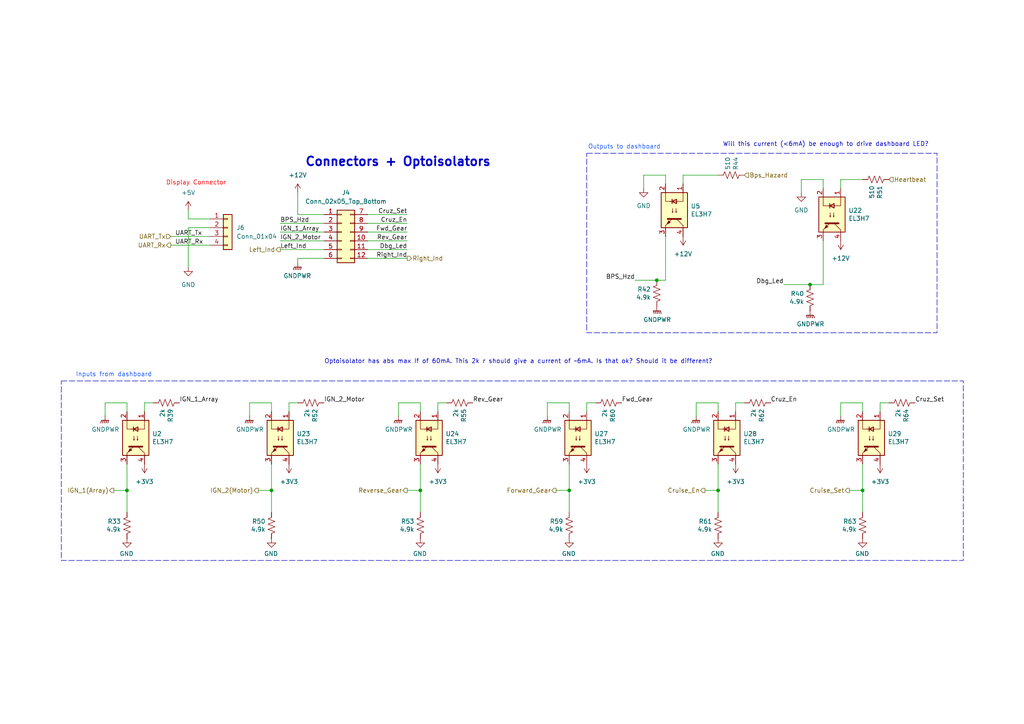
<source format=kicad_sch>
(kicad_sch (version 20231120) (generator "eeschema") (generator_version "8.0")
  (paper "A4")
  (lib_symbols
    (symbol "Connector_Generic:Conn_01x04" (pin_names (offset 1.016) hide)
      (property "Reference" "J" (at 0 5.08 0))
      (property "Value" "Conn_01x04" (at 0 -7.62 0))
      (symbol "Conn_01x04_1_1"
        (rectangle (start -1.27 -4.953) (end 0 -5.207) (stroke (width 0.1524)))
        (rectangle (start -1.27 -2.413) (end 0 -2.667) (stroke (width 0.1524)))
        (rectangle (start -1.27 0.127) (end 0 -0.127) (stroke (width 0.1524)))
        (rectangle (start -1.27 2.667) (end 0 2.413) (stroke (width 0.1524)))
        (rectangle (start -1.27 3.81) (end 1.27 -6.35) (stroke (width 0.254)) (fill (type background)))
        (pin passive line (at -5.08 2.54 0) (length 3.81) (name "Pin_1") (number "1"))
        (pin passive line (at -5.08 0 0) (length 3.81) (name "Pin_2") (number "2"))
        (pin passive line (at -5.08 -2.54 0) (length 3.81) (name "Pin_3") (number "3"))
        (pin passive line (at -5.08 -5.08 0) (length 3.81) (name "Pin_4") (number "4"))
      )
    )
    (symbol "Connector_Generic:Conn_02x06_Top_Bottom" (pin_names (offset 1.016) hide)
      (property "Reference" "J" (at 1.27 7.62 0))
      (property "Value" "Conn_02x06_Top_Bottom" (at 1.27 -10.16 0))
      (symbol "Conn_02x06_Top_Bottom_1_1"
        (rectangle (start -1.27 -7.493) (end 0 -7.747) (stroke (width 0.1524)))
        (rectangle (start -1.27 -4.953) (end 0 -5.207) (stroke (width 0.1524)))
        (rectangle (start -1.27 -2.413) (end 0 -2.667) (stroke (width 0.1524)))
        (rectangle (start -1.27 0.127) (end 0 -0.127) (stroke (width 0.1524)))
        (rectangle (start -1.27 2.667) (end 0 2.413) (stroke (width 0.1524)))
        (rectangle (start -1.27 5.207) (end 0 4.953) (stroke (width 0.1524)))
        (rectangle (start -1.27 6.35) (end 3.81 -8.89) (stroke (width 0.254)) (fill (type background)))
        (rectangle (start 3.81 -7.493) (end 2.54 -7.747) (stroke (width 0.1524)))
        (rectangle (start 3.81 -4.953) (end 2.54 -5.207) (stroke (width 0.1524)))
        (rectangle (start 3.81 -2.413) (end 2.54 -2.667) (stroke (width 0.1524)))
        (rectangle (start 3.81 0.127) (end 2.54 -0.127) (stroke (width 0.1524)))
        (rectangle (start 3.81 2.667) (end 2.54 2.413) (stroke (width 0.1524)))
        (rectangle (start 3.81 5.207) (end 2.54 4.953) (stroke (width 0.1524)))
        (pin passive line (at -5.08 5.08 0) (length 3.81) (name "Pin_1") (number "1"))
        (pin passive line (at 7.62 -2.54 180) (length 3.81) (name "Pin_10") (number "10"))
        (pin passive line (at 7.62 -5.08 180) (length 3.81) (name "Pin_11") (number "11"))
        (pin passive line (at 7.62 -7.62 180) (length 3.81) (name "Pin_12") (number "12"))
        (pin passive line (at -5.08 2.54 0) (length 3.81) (name "Pin_2") (number "2"))
        (pin passive line (at -5.08 0 0) (length 3.81) (name "Pin_3") (number "3"))
        (pin passive line (at -5.08 -2.54 0) (length 3.81) (name "Pin_4") (number "4"))
        (pin passive line (at -5.08 -5.08 0) (length 3.81) (name "Pin_5") (number "5"))
        (pin passive line (at -5.08 -7.62 0) (length 3.81) (name "Pin_6") (number "6"))
        (pin passive line (at 7.62 5.08 180) (length 3.81) (name "Pin_7") (number "7"))
        (pin passive line (at 7.62 2.54 180) (length 3.81) (name "Pin_8") (number "8"))
        (pin passive line (at 7.62 0 180) (length 3.81) (name "Pin_9") (number "9"))
      )
    )
    (symbol "Device:R_US" (pin_numbers hide) (pin_names (offset 0))
      (property "Reference" "R" (at 2.54 0 90))
      (property "Value" "R_US" (at -2.54 0 90))
      (symbol "R_US_0_1"
        (polyline (pts (xy 0 -2.286) (xy 0 -2.54)))
        (polyline (pts (xy 0 2.286) (xy 0 2.54)))
        (polyline (pts (xy 0 -0.762) (xy 1.016 -1.143) (xy 0 -1.524) (xy -1.016 -1.905) (xy 0 -2.286)))
        (polyline (pts (xy 0 0.762) (xy 1.016 0.381) (xy 0 0) (xy -1.016 -0.381) (xy 0 -0.762)))
        (polyline (pts (xy 0 2.286) (xy 1.016 1.905) (xy 0 1.524) (xy -1.016 1.143) (xy 0 0.762)))
      )
      (symbol "R_US_1_1"
        (pin passive line (at 0 3.81 270) (length 1.27) (name "~") (number "1"))
        (pin passive line (at 0 -3.81 90) (length 1.27) (name "~") (number "2"))
      )
    )
    (symbol "Isolator:SFH617A-1" (pin_names (offset 1.016))
      (property "Reference" "U" (at -5.08 5.08 0))
      (property "Value" "SFH617A-1" (at 0 5.08 0))
      (symbol "SFH617A-1_0_1"
        (rectangle (start -5.08 3.81) (end 5.08 -3.81) (stroke (width 0.254)) (fill (type background)))
        (polyline (pts (xy -3.175 -0.635) (xy -1.905 -0.635)) (stroke (width 0.254)))
        (polyline (pts (xy 2.54 0.635) (xy 4.445 2.54)))
        (polyline (pts (xy 4.445 -2.54) (xy 2.54 -0.635)) (fill (type outline)))
        (polyline (pts (xy 4.445 -2.54) (xy 5.08 -2.54)))
        (polyline (pts (xy 4.445 2.54) (xy 5.08 2.54)))
        (polyline (pts (xy -2.54 -0.635) (xy -2.54 -2.54) (xy -5.08 -2.54)))
        (polyline (pts (xy 2.54 1.905) (xy 2.54 -1.905) (xy 2.54 -1.905)) (stroke (width 0.508)))
        (polyline (pts (xy -5.08 2.54) (xy -2.54 2.54) (xy -2.54 -1.27) (xy -2.54 0.635)))
        (polyline (pts (xy -2.54 -0.635) (xy -3.175 0.635) (xy -1.905 0.635) (xy -2.54 -0.635)) (stroke (width 0.254)))
        (polyline (pts (xy -0.508 -0.508) (xy 0.762 -0.508) (xy 0.381 -0.635) (xy 0.381 -0.381) (xy 0.762 -0.508)))
        (polyline (pts (xy -0.508 0.508) (xy 0.762 0.508) (xy 0.381 0.381) (xy 0.381 0.635) (xy 0.762 0.508)))
        (polyline (pts (xy 3.048 -1.651) (xy 3.556 -1.143) (xy 4.064 -2.159) (xy 3.048 -1.651) (xy 3.048 -1.651)) (fill (type outline)))
      )
      (symbol "SFH617A-1_1_1"
        (pin passive line (at -7.62 2.54 0) (length 2.54) (name "~") (number "1"))
        (pin passive line (at -7.62 -2.54 0) (length 2.54) (name "~") (number "2"))
        (pin passive line (at 7.62 -2.54 180) (length 2.54) (name "~") (number "3"))
        (pin passive line (at 7.62 2.54 180) (length 2.54) (name "~") (number "4"))
      )
    )
    (symbol "power:+12V" (power) (pin_numbers hide) (pin_names (offset 0) hide)
      (property "Value" "+12V" (at 0 3.556 0))
      (symbol "+12V_0_1"
        (polyline (pts (xy -0.762 1.27) (xy 0 2.54)))
        (polyline (pts (xy 0 0) (xy 0 2.54)))
        (polyline (pts (xy 0 2.54) (xy 0.762 1.27)))
      )
      (symbol "+12V_1_1"
        (pin power_in line (at 0 0 90) (length 0) (name "~") (number "1"))
      )
    )
    (symbol "power:+3.3V" (power) (pin_numbers hide) (pin_names (offset 0) hide)
      (property "Value" "+3.3V" (at 0 3.556 0))
      (symbol "+3.3V_0_1"
        (polyline (pts (xy -0.762 1.27) (xy 0 2.54)))
        (polyline (pts (xy 0 0) (xy 0 2.54)))
        (polyline (pts (xy 0 2.54) (xy 0.762 1.27)))
      )
      (symbol "+3.3V_1_1"
        (pin power_in line (at 0 0 90) (length 0) (name "~") (number "1"))
      )
    )
    (symbol "power:+5V" (power) (pin_numbers hide) (pin_names (offset 0) hide)
      (property "Value" "+5V" (at 0 3.556 0))
      (symbol "+5V_0_1"
        (polyline (pts (xy -0.762 1.27) (xy 0 2.54)))
        (polyline (pts (xy 0 0) (xy 0 2.54)))
        (polyline (pts (xy 0 2.54) (xy 0.762 1.27)))
      )
      (symbol "+5V_1_1"
        (pin power_in line (at 0 0 90) (length 0) (name "~") (number "1"))
      )
    )
    (symbol "power:GND" (power) (pin_numbers hide) (pin_names (offset 0) hide)
      (property "Value" "GND" (at 0 -3.81 0))
      (symbol "GND_0_1"
        (polyline (pts (xy 0 0) (xy 0 -1.27) (xy 1.27 -1.27) (xy 0 -2.54) (xy -1.27 -1.27) (xy 0 -1.27)))
      )
      (symbol "GND_1_1"
        (pin power_in line (at 0 0 270) (length 0) (name "~") (number "1"))
      )
    )
    (symbol "power:GNDPWR" (power) (pin_numbers hide) (pin_names (offset 0) hide)
      (property "Value" "GNDPWR" (at 0 -3.302 0))
      (symbol "GNDPWR_0_1"
        (polyline (pts (xy 0 -1.27) (xy 0 0)))
        (polyline (pts (xy -1.016 -1.27) (xy -1.27 -2.032) (xy -1.27 -2.032)) (stroke (width 0.2032)))
        (polyline (pts (xy -0.508 -1.27) (xy -0.762 -2.032) (xy -0.762 -2.032)) (stroke (width 0.2032)))
        (polyline (pts (xy 0 -1.27) (xy -0.254 -2.032) (xy -0.254 -2.032)) (stroke (width 0.2032)))
        (polyline (pts (xy 0.508 -1.27) (xy 0.254 -2.032) (xy 0.254 -2.032)) (stroke (width 0.2032)))
        (polyline (pts (xy 1.016 -1.27) (xy -1.016 -1.27) (xy -1.016 -1.27)) (stroke (width 0.2032)))
        (polyline (pts (xy 1.016 -1.27) (xy 0.762 -2.032) (xy 0.762 -2.032) (xy 0.762 -2.032)) (stroke (width 0.2032)))
      )
      (symbol "GNDPWR_1_1"
        (pin power_in line (at 0 0 270) (length 0) (name "~") (number "1"))
      )
    )
  )
  (junction (at 250.19 142.24))
  (junction (at 121.92 142.24))
  (junction (at 190.5 81.28))
  (junction (at 165.1 142.24))
  (junction (at 78.74 142.24))
  (junction (at 234.95 82.55))
  (junction (at 36.83 142.24))
  (junction (at 208.28 142.24))
  (wire (pts (xy 86.36 116.84) (xy 83.82 116.84)))
  (wire (pts (xy 78.74 119.38) (xy 78.74 116.84)))
  (wire (pts (xy 86.36 76.2) (xy 86.36 74.93)))
  (wire (pts (xy 115.57 116.84) (xy 115.57 120.65)))
  (wire (pts (xy 81.28 72.39) (xy 93.98 72.39)))
  (wire (pts (xy 36.83 134.62) (xy 36.83 142.24)))
  (wire (pts (xy 193.04 53.34) (xy 193.04 50.8)))
  (wire (pts (xy 86.36 62.23) (xy 93.98 62.23)))
  (wire (pts (xy 106.68 62.23) (xy 118.11 62.23)))
  (wire (pts (xy 83.82 116.84) (xy 83.82 119.38)))
  (wire (pts (xy 106.68 69.85) (xy 118.11 69.85)))
  (wire (pts (xy 234.95 82.55) (xy 227.33 82.55)))
  (wire (pts (xy 106.68 64.77) (xy 118.11 64.77)))
  (wire (pts (xy 238.76 52.07) (xy 232.41 52.07)))
  (wire (pts (xy 208.28 116.84) (xy 201.93 116.84)))
  (wire (pts (xy 257.81 116.84) (xy 255.27 116.84)))
  (wire (pts (xy 193.04 50.8) (xy 186.69 50.8)))
  (wire (pts (xy 33.02 142.24) (xy 36.83 142.24)))
  (wire (pts (xy 193.04 68.58) (xy 193.04 81.28)))
  (wire (pts (xy 106.68 72.39) (xy 118.11 72.39)))
  (wire (pts (xy 208.28 119.38) (xy 208.28 116.84)))
  (wire (pts (xy 54.61 60.96) (xy 54.61 63.5)))
  (wire (pts (xy 246.38 142.24) (xy 250.19 142.24)))
  (wire (pts (xy 41.91 116.84) (xy 41.91 119.38)))
  (wire (pts (xy 238.76 69.85) (xy 238.76 82.55)))
  (wire (pts (xy 106.68 67.31) (xy 118.11 67.31)))
  (wire (pts (xy 186.69 50.8) (xy 186.69 54.61)))
  (wire (pts (xy 250.19 119.38) (xy 250.19 116.84)))
  (wire (pts (xy 201.93 116.84) (xy 201.93 120.65)))
  (wire (pts (xy 243.84 116.84) (xy 243.84 120.65)))
  (wire (pts (xy 232.41 52.07) (xy 232.41 55.88)))
  (wire (pts (xy 238.76 54.61) (xy 238.76 52.07)))
  (wire (pts (xy 170.18 116.84) (xy 170.18 119.38)))
  (wire (pts (xy 86.36 74.93) (xy 93.98 74.93)))
  (wire (pts (xy 74.93 142.24) (xy 78.74 142.24)))
  (wire (pts (xy 78.74 134.62) (xy 78.74 142.24)))
  (wire (pts (xy 36.83 142.24) (xy 36.83 148.59)))
  (wire (pts (xy 213.36 116.84) (xy 213.36 119.38)))
  (wire (pts (xy 165.1 134.62) (xy 165.1 142.24)))
  (wire (pts (xy 172.72 116.84) (xy 170.18 116.84)))
  (wire (pts (xy 184.15 81.28) (xy 190.5 81.28)))
  (wire (pts (xy 158.75 116.84) (xy 158.75 120.65)))
  (wire (pts (xy 250.19 142.24) (xy 250.19 148.59)))
  (wire (pts (xy 198.12 50.8) (xy 198.12 53.34)))
  (wire (pts (xy 190.5 81.28) (xy 193.04 81.28)))
  (wire (pts (xy 106.68 74.93) (xy 118.11 74.93)))
  (wire (pts (xy 36.83 119.38) (xy 36.83 116.84)))
  (wire (pts (xy 81.28 69.85) (xy 93.98 69.85)))
  (wire (pts (xy 121.92 134.62) (xy 121.92 142.24)))
  (wire (pts (xy 127 116.84) (xy 127 119.38)))
  (wire (pts (xy 78.74 116.84) (xy 72.39 116.84)))
  (wire (pts (xy 165.1 119.38) (xy 165.1 116.84)))
  (wire (pts (xy 129.54 116.84) (xy 127 116.84)))
  (wire (pts (xy 165.1 142.24) (xy 165.1 148.59)))
  (wire (pts (xy 238.76 82.55) (xy 234.95 82.55)))
  (wire (pts (xy 198.12 50.8) (xy 208.28 50.8)))
  (wire (pts (xy 121.92 119.38) (xy 121.92 116.84)))
  (wire (pts (xy 36.83 116.84) (xy 30.48 116.84)))
  (wire (pts (xy 49.53 68.58) (xy 60.96 68.58)))
  (wire (pts (xy 30.48 116.84) (xy 30.48 120.65)))
  (wire (pts (xy 121.92 142.24) (xy 121.92 148.59)))
  (wire (pts (xy 44.45 116.84) (xy 41.91 116.84)))
  (wire (pts (xy 250.19 116.84) (xy 243.84 116.84)))
  (wire (pts (xy 255.27 116.84) (xy 255.27 119.38)))
  (wire (pts (xy 86.36 55.88) (xy 86.36 62.23)))
  (wire (pts (xy 208.28 134.62) (xy 208.28 142.24)))
  (wire (pts (xy 215.9 116.84) (xy 213.36 116.84)))
  (wire (pts (xy 81.28 64.77) (xy 93.98 64.77)))
  (wire (pts (xy 250.19 134.62) (xy 250.19 142.24)))
  (wire (pts (xy 204.47 142.24) (xy 208.28 142.24)))
  (wire (pts (xy 49.53 71.12) (xy 60.96 71.12)))
  (wire (pts (xy 208.28 142.24) (xy 208.28 148.59)))
  (wire (pts (xy 118.11 142.24) (xy 121.92 142.24)))
  (wire (pts (xy 161.29 142.24) (xy 165.1 142.24)))
  (wire (pts (xy 81.28 67.31) (xy 93.98 67.31)))
  (wire (pts (xy 60.96 66.04) (xy 54.61 66.04)))
  (wire (pts (xy 54.61 66.04) (xy 54.61 77.47)))
  (wire (pts (xy 121.92 116.84) (xy 115.57 116.84)))
  (wire (pts (xy 60.96 63.5) (xy 54.61 63.5)))
  (wire (pts (xy 250.19 52.07) (xy 243.84 52.07)))
  (wire (pts (xy 78.74 142.24) (xy 78.74 148.59)))
  (wire (pts (xy 243.84 52.07) (xy 243.84 54.61)))
  (wire (pts (xy 165.1 116.84) (xy 158.75 116.84)))
  (wire (pts (xy 72.39 116.84) (xy 72.39 120.65)))
  (rectangle (start 170.18 44.45) (end 271.78 96.52) (stroke (width 0) (type dash)))
  (rectangle (start 17.78 110.49) (end 279.4 162.56) (stroke (width 0) (type dash)))
  (text "Connectors + Optoisolators\n" (at 88.392 48.514 0) (effects (font (size 2.54 2.54) (thickness 0.508) (bold yes)) (justify left bottom)))
  (text "Inputs from dashboard\n" (at 33.02 108.712 0) (effects (font (size 1.27 1.27))))
  (text "Display Connector" (at 56.896 53.086 0) (effects (font (size 1.27 1.27))))
  (text "Optoisolator has abs max If of 60mA. This 2k r should give a current of ~6mA. Is that ok? Should it be different?" (at 150.368 104.902 0) (effects (font (size 1.27 1.27))))
  (text "Outputs to dashboard" (at 181.102 42.672 0) (effects (font (size 1.27 1.27))))
  (text "Will this current (<6mA) be enough to drive dashboard LED?\n" (at 239.522 41.91 0) (effects (font (size 1.27 1.27))))
  (label "Dbg_Led" (at 118.11 72.39 180))
  (label "Left_Ind" (at 81.28 72.39 0))
  (label "BPS_Hzd" (at 81.28 64.77 0))
  (label "Dbg_Led" (at 227.33 82.55 180))
  (label "Rev_Gear" (at 118.11 69.85 180))
  (label "UART_Tx" (at 50.8 68.58 0))
  (label "BPS_Hzd" (at 184.15 81.28 180))
  (label "UART_Rx" (at 50.8 71.12 0))
  (label "Cruz_Set" (at 265.43 116.84 0))
  (label "Right_Ind" (at 118.11 74.93 180))
  (label "IGN_1_Array" (at 81.28 67.31 0))
  (label "Cruz_Set" (at 118.11 62.23 180))
  (label "Rev_Gear" (at 137.16 116.84 0))
  (label "Fwd_Gear" (at 180.34 116.84 0))
  (label "Cruz_En" (at 223.52 116.84 0))
  (label "IGN_2_Motor" (at 93.98 116.84 0))
  (label "IGN_2_Motor" (at 81.28 69.85 0))
  (label "Cruz_En" (at 118.11 64.77 180))
  (label "IGN_1_Array" (at 52.07 116.84 0))
  (label "Fwd_Gear" (at 118.11 67.31 180))
  (hierarchical_label "Bps_Hazard" (shape input) (at 215.9 50.8 0))
  (hierarchical_label "Forward_Gear" (shape output) (at 161.29 142.24 180))
  (hierarchical_label "UART_Tx" (shape input) (at 49.53 68.58 180))
  (hierarchical_label "Heartbeat" (shape input) (at 257.81 52.07 0))
  (hierarchical_label "Cruise_En" (shape output) (at 204.47 142.24 180))
  (hierarchical_label "Cruise_Set" (shape output) (at 246.38 142.24 180))
  (hierarchical_label "IGN_2(Motor)" (shape output) (at 74.93 142.24 180))
  (hierarchical_label "UART_Rx" (shape output) (at 49.53 71.12 180))
  (hierarchical_label "Reverse_Gear" (shape output) (at 118.11 142.24 180))
  (hierarchical_label "IGN_1(Array)" (shape output) (at 33.02 142.24 180))
  (hierarchical_label "Left_Ind" (shape output) (at 81.28 72.39 180))
  (hierarchical_label "Right_Ind" (shape output) (at 118.11 74.93 0))
  (symbol (lib_id "power:GNDPWR") (at 86.36 76.2 0) (unit 1)
    (property "Reference" "#PWR03" (effects (hide yes)))
    (property "Value" "GNDPWR" (at 86.233 80.01 0))
    (property "Description" "Power symbol creates a global label with name \"GNDPWR\" , global ground" (effects (hide yes)))
  )
  (symbol (lib_id "Isolator:SFH617A-1") (at 241.3 62.23 270) (unit 1)
    (property "Reference" "U22" (at 246.0752 61.0616 90) (effects (justify left)))
    (property "Value" "EL3H7" (at 246.0752 63.373 90) (effects (justify left)))
    (property "Footprint" "Package_DIP:DIP-4_W7.62mm" (effects (hide yes)))
    (property "Datasheet" "https://everlightamericas.com/index.php?controller=attachment&id_attachment=2584" (effects (hide yes)))
    (property "Description" "Optocoupler, Phototransistor Output, 5300 VRMS, VCEO 70V, CTR% 40-80, -55 to +110 degree Celsius, UL, BSI, FIMKO, cUL, THT PDIP-4" (effects (hide yes)))
    (property "Mouser Part Number" "638-EL3H7DTAVG " (effects (hide yes)))
  )
  (symbol (lib_id "Isolator:SFH617A-1") (at 167.64 127 270) (unit 1)
    (property "Reference" "U27" (at 172.4152 125.8316 90) (effects (justify left)))
    (property "Value" "EL3H7" (at 172.4152 128.143 90) (effects (justify left)))
    (property "Footprint" "Package_DIP:DIP-4_W7.62mm" (effects (hide yes)))
    (property "Datasheet" "https://everlightamericas.com/index.php?controller=attachment&id_attachment=2584" (effects (hide yes)))
    (property "Description" "Optocoupler, Phototransistor Output, 5300 VRMS, VCEO 70V, CTR% 40-80, -55 to +110 degree Celsius, UL, BSI, FIMKO, cUL, THT PDIP-4" (effects (hide yes)))
    (property "Mouser Part Number" "638-EL3H7DTAVG " (effects (hide yes)))
  )
  (symbol (lib_id "Isolator:SFH617A-1") (at 124.46 127 270) (unit 1)
    (property "Reference" "U24" (at 129.2352 125.8316 90) (effects (justify left)))
    (property "Value" "EL3H7" (at 129.2352 128.143 90) (effects (justify left)))
    (property "Footprint" "Package_DIP:DIP-4_W7.62mm" (effects (hide yes)))
    (property "Datasheet" "https://everlightamericas.com/index.php?controller=attachment&id_attachment=2584" (effects (hide yes)))
    (property "Description" "Optocoupler, Phototransistor Output, 5300 VRMS, VCEO 70V, CTR% 40-80, -55 to +110 degree Celsius, UL, BSI, FIMKO, cUL, THT PDIP-4" (effects (hide yes)))
    (property "Mouser Part Number" "638-EL3H7DTAVG " (effects (hide yes)))
  )
  (symbol (lib_id "Device:R_US") (at 36.83 152.4 0) (mirror y) (unit 1)
    (property "Reference" "R33" (at 35.1028 151.2316 0) (effects (justify left)))
    (property "Value" "4.9k" (at 35.1028 153.543 0) (effects (justify left)))
    (property "Footprint" "Resistor_SMD:R_0805_2012Metric" (effects (hide yes)))
    (property "Description" "Resistor, US symbol" (effects (hide yes)))
    (property "Mouser Part Number" "71-CRCW08054K99FKEAC " (effects (hide yes)))
  )
  (symbol (lib_id "Device:R_US") (at 78.74 152.4 0) (mirror y) (unit 1)
    (property "Reference" "R50" (at 77.0128 151.2316 0) (effects (justify left)))
    (property "Value" "4.9k" (at 77.0128 153.543 0) (effects (justify left)))
    (property "Footprint" "Resistor_SMD:R_0805_2012Metric" (effects (hide yes)))
    (property "Description" "Resistor, US symbol" (effects (hide yes)))
    (property "Mouser Part Number" "71-CRCW08054K99FKEAC " (effects (hide yes)))
  )
  (symbol (lib_id "power:GND") (at 250.19 156.21 0) (mirror y) (unit 1)
    (property "Reference" "#PWR091" (effects (hide yes)))
    (property "Value" "GND" (at 250.063 160.6042 0))
    (property "Description" "Power symbol creates a global label with name \"GND\" , ground" (effects (hide yes)))
  )
  (symbol (lib_id "power:+3.3V") (at 41.91 134.62 180) (unit 1)
    (property "Reference" "#PWR039" (effects (hide yes)))
    (property "Value" "+3V3" (at 41.91 139.7 0))
    (property "Description" "Power symbol creates a global label with name \"+3.3V\"" (effects (hide yes)))
  )
  (symbol (lib_id "power:+3.3V") (at 127 134.62 180) (unit 1)
    (property "Reference" "#PWR071" (effects (hide yes)))
    (property "Value" "+3V3" (at 127 139.7 0))
    (property "Description" "Power symbol creates a global label with name \"+3.3V\"" (effects (hide yes)))
  )
  (symbol (lib_id "power:GND") (at 165.1 156.21 0) (mirror y) (unit 1)
    (property "Reference" "#PWR074" (effects (hide yes)))
    (property "Value" "GND" (at 164.973 160.6042 0))
    (property "Description" "Power symbol creates a global label with name \"GND\" , ground" (effects (hide yes)))
  )
  (symbol (lib_id "Isolator:SFH617A-1") (at 252.73 127 270) (unit 1)
    (property "Reference" "U29" (at 257.5052 125.8316 90) (effects (justify left)))
    (property "Value" "EL3H7" (at 257.5052 128.143 90) (effects (justify left)))
    (property "Footprint" "Package_DIP:DIP-4_W7.62mm" (effects (hide yes)))
    (property "Datasheet" "https://everlightamericas.com/index.php?controller=attachment&id_attachment=2584" (effects (hide yes)))
    (property "Description" "Optocoupler, Phototransistor Output, 5300 VRMS, VCEO 70V, CTR% 40-80, -55 to +110 degree Celsius, UL, BSI, FIMKO, cUL, THT PDIP-4" (effects (hide yes)))
    (property "Mouser Part Number" "638-EL3H7DTAVG " (effects (hide yes)))
  )
  (symbol (lib_id "Device:R_US") (at 234.95 86.36 0) (mirror y) (unit 1)
    (property "Reference" "R40" (at 233.2228 85.1916 0) (effects (justify left)))
    (property "Value" "4.9k" (at 233.2228 87.503 0) (effects (justify left)))
    (property "Footprint" "Resistor_SMD:R_0805_2012Metric" (effects (hide yes)))
    (property "Description" "Resistor, US symbol" (effects (hide yes)))
    (property "Mouser Part Number" "71-CRCW08054K99FKEAC " (effects (hide yes)))
  )
  (symbol (lib_id "power:GND") (at 186.69 54.61 0) (unit 1)
    (property "Reference" "#PWR043" (effects (hide yes)))
    (property "Value" "GND" (at 186.69 59.69 0))
    (property "Description" "Power symbol creates a global label with name \"GND\" , ground" (effects (hide yes)))
  )
  (symbol (lib_id "Isolator:SFH617A-1") (at 39.37 127 270) (unit 1)
    (property "Reference" "U2" (at 44.1452 125.8316 90) (effects (justify left)))
    (property "Value" "EL3H7" (at 44.1452 128.143 90) (effects (justify left)))
    (property "Footprint" "Package_DIP:DIP-4_W7.62mm" (effects (hide yes)))
    (property "Datasheet" "https://everlightamericas.com/index.php?controller=attachment&id_attachment=2584" (effects (hide yes)))
    (property "Description" "Optocoupler, Phototransistor Output, 5300 VRMS, VCEO 70V, CTR% 40-80, -55 to +110 degree Celsius, UL, BSI, FIMKO, cUL, THT PDIP-4" (effects (hide yes)))
    (property "Mouser Part Number" "638-EL3H7DTAVG " (effects (hide yes)))
  )
  (symbol (lib_id "power:GND") (at 121.92 156.21 0) (mirror y) (unit 1)
    (property "Reference" "#PWR065" (effects (hide yes)))
    (property "Value" "GND" (at 121.793 160.6042 0))
    (property "Description" "Power symbol creates a global label with name \"GND\" , ground" (effects (hide yes)))
  )
  (symbol (lib_id "Device:R_US") (at 212.09 50.8 270) (unit 1)
    (property "Reference" "R44" (at 213.3854 45.466 0) (effects (justify left)))
    (property "Value" "510" (at 211.074 45.466 0) (effects (justify left)))
    (property "Footprint" "Resistor_SMD:R_0805_2012Metric" (effects (hide yes)))
    (property "Description" "Resistor, US symbol" (effects (hide yes)))
    (property "Mouser Part Number" "71-CRCW08054K99FKEAC " (effects (hide yes)))
  )
  (symbol (lib_id "power:GND") (at 208.28 156.21 0) (mirror y) (unit 1)
    (property "Reference" "#PWR088" (effects (hide yes)))
    (property "Value" "GND" (at 208.153 160.6042 0))
    (property "Description" "Power symbol creates a global label with name \"GND\" , ground" (effects (hide yes)))
  )
  (symbol (lib_id "power:+3.3V") (at 170.18 134.62 180) (unit 1)
    (property "Reference" "#PWR077" (effects (hide yes)))
    (property "Value" "+3V3" (at 170.18 139.7 0))
    (property "Description" "Power symbol creates a global label with name \"+3.3V\"" (effects (hide yes)))
  )
  (symbol (lib_id "Device:R_US") (at 176.53 116.84 270) (unit 1)
    (property "Reference" "R60" (at 177.6984 118.5672 0) (effects (justify left)))
    (property "Value" "2k" (at 175.387 118.5672 0) (effects (justify left)))
    (property "Footprint" "Resistor_SMD:R_0805_2012Metric" (effects (hide yes)))
    (property "Description" "Resistor, US symbol" (effects (hide yes)))
    (property "Mouser Part Number" "71-CRCW08054K99FKEAC " (effects (hide yes)))
  )
  (symbol (lib_id "Device:R_US") (at 90.17 116.84 270) (unit 1)
    (property "Reference" "R52" (at 91.3384 118.5672 0) (effects (justify left)))
    (property "Value" "2k" (at 89.027 118.5672 0) (effects (justify left)))
    (property "Footprint" "Resistor_SMD:R_0805_2012Metric" (effects (hide yes)))
    (property "Description" "Resistor, US symbol" (effects (hide yes)))
    (property "Mouser Part Number" "71-CRCW08054K99FKEAC " (effects (hide yes)))
  )
  (symbol (lib_id "Device:R_US") (at 133.35 116.84 270) (unit 1)
    (property "Reference" "R55" (at 134.5184 118.5672 0) (effects (justify left)))
    (property "Value" "2k" (at 132.207 118.5672 0) (effects (justify left)))
    (property "Footprint" "Resistor_SMD:R_0805_2012Metric" (effects (hide yes)))
    (property "Description" "Resistor, US symbol" (effects (hide yes)))
    (property "Mouser Part Number" "71-CRCW08054K99FKEAC " (effects (hide yes)))
  )
  (symbol (lib_id "power:GNDPWR") (at 158.75 120.65 0) (unit 1)
    (property "Reference" "#PWR073" (effects (hide yes)))
    (property "Value" "GNDPWR" (at 158.8516 124.5616 0))
    (property "Description" "Power symbol creates a global label with name \"GNDPWR\" , global ground" (effects (hide yes)))
  )
  (symbol (lib_id "power:+12V") (at 243.84 69.85 180) (unit 1)
    (property "Reference" "#PWR040" (effects (hide yes)))
    (property "Value" "+12V" (at 243.84 74.93 0))
    (property "Description" "Power symbol creates a global label with name \"+12V\"" (effects (hide yes)))
  )
  (symbol (lib_id "power:GNDPWR") (at 190.5 88.9 0) (mirror y) (unit 1)
    (property "Reference" "#PWR045" (effects (hide yes)))
    (property "Value" "GNDPWR" (at 190.627 92.71 0))
    (property "Description" "Power symbol creates a global label with name \"GNDPWR\" , global ground" (effects (hide yes)))
  )
  (symbol (lib_id "power:+12V") (at 86.36 55.88 0) (unit 1)
    (property "Reference" "#PWR02" (effects (hide yes)))
    (property "Value" "+12V" (at 86.36 50.8 0))
    (property "Description" "Power symbol creates a global label with name \"+12V\"" (effects (hide yes)))
  )
  (symbol (lib_id "Connector_Generic:Conn_01x04") (at 66.04 66.04 0) (unit 1)
    (property "Reference" "J6" (at 68.58 66.0399 0) (effects (justify left)))
    (property "Value" "Conn_01x04" (at 68.58 68.5799 0) (effects (justify left)))
    (property "Footprint" "Connector_Molex:Molex_Micro-Fit_3.0_43650-0415_1x04_P3.00mm_Vertical" (effects (hide yes)))
    (property "Description" "Generic connector, single row, 01x04, script generated (kicad-library-utils/schlib/autogen/connector/)" (effects (hide yes)))
  )
  (symbol (lib_id "Device:R_US") (at 165.1 152.4 0) (mirror y) (unit 1)
    (property "Reference" "R59" (at 163.3728 151.2316 0) (effects (justify left)))
    (property "Value" "4.9k" (at 163.3728 153.543 0) (effects (justify left)))
    (property "Footprint" "Resistor_SMD:R_0805_2012Metric" (effects (hide yes)))
    (property "Description" "Resistor, US symbol" (effects (hide yes)))
    (property "Mouser Part Number" "71-CRCW08054K99FKEAC " (effects (hide yes)))
  )
  (symbol (lib_id "power:GNDPWR") (at 234.95 90.17 0) (mirror y) (unit 1)
    (property "Reference" "#PWR041" (effects (hide yes)))
    (property "Value" "GNDPWR" (at 235.077 93.98 0))
    (property "Description" "Power symbol creates a global label with name \"GNDPWR\" , global ground" (effects (hide yes)))
  )
  (symbol (lib_id "Device:R_US") (at 250.19 152.4 0) (mirror y) (unit 1)
    (property "Reference" "R63" (at 248.4628 151.2316 0) (effects (justify left)))
    (property "Value" "4.9k" (at 248.4628 153.543 0) (effects (justify left)))
    (property "Footprint" "Resistor_SMD:R_0805_2012Metric" (effects (hide yes)))
    (property "Description" "Resistor, US symbol" (effects (hide yes)))
    (property "Mouser Part Number" "71-CRCW08054K99FKEAC " (effects (hide yes)))
  )
  (symbol (lib_id "Connector_Generic:Conn_02x06_Top_Bottom") (at 99.06 67.31 0) (unit 1)
    (property "Reference" "J4" (at 100.33 55.88 0))
    (property "Value" "Conn_02x05_Top_Bottom" (at 100.33 58.42 0))
    (property "Footprint" "UTSVT_Connectors:Molex_MicroFit3.0_2x6xP3.00mm_PolarizingPeg_Vertical" (effects (hide yes)))
    (property "Description" "Generic connector, double row, 02x06, top/bottom pin numbering scheme (row 1: 1...pins_per_row, row2: pins_per_row+1 ... num_pins), script generated (kicad-library-utils/schlib/autogen/connector/)" (effects (hide yes)))
  )
  (symbol (lib_id "power:GNDPWR") (at 115.57 120.65 0) (unit 1)
    (property "Reference" "#PWR064" (effects (hide yes)))
    (property "Value" "GNDPWR" (at 115.6716 124.5616 0))
    (property "Description" "Power symbol creates a global label with name \"GNDPWR\" , global ground" (effects (hide yes)))
  )
  (symbol (lib_id "Device:R_US") (at 208.28 152.4 0) (mirror y) (unit 1)
    (property "Reference" "R61" (at 206.5528 151.2316 0) (effects (justify left)))
    (property "Value" "4.9k" (at 206.5528 153.543 0) (effects (justify left)))
    (property "Footprint" "Resistor_SMD:R_0805_2012Metric" (effects (hide yes)))
    (property "Description" "Resistor, US symbol" (effects (hide yes)))
    (property "Mouser Part Number" "71-CRCW08054K99FKEAC " (effects (hide yes)))
  )
  (symbol (lib_id "power:GNDPWR") (at 72.39 120.65 0) (unit 1)
    (property "Reference" "#PWR059" (effects (hide yes)))
    (property "Value" "GNDPWR" (at 72.4916 124.5616 0))
    (property "Description" "Power symbol creates a global label with name \"GNDPWR\" , global ground" (effects (hide yes)))
  )
  (symbol (lib_id "Device:R_US") (at 48.26 116.84 270) (unit 1)
    (property "Reference" "R39" (at 49.4284 118.5672 0) (effects (justify left)))
    (property "Value" "2k" (at 47.117 118.5672 0) (effects (justify left)))
    (property "Footprint" "Resistor_SMD:R_0805_2012Metric" (effects (hide yes)))
    (property "Description" "Resistor, US symbol" (effects (hide yes)))
    (property "Mouser Part Number" "71-CRCW08054K99FKEAC " (effects (hide yes)))
  )
  (symbol (lib_id "Isolator:SFH617A-1") (at 81.28 127 270) (unit 1)
    (property "Reference" "U23" (at 86.0552 125.8316 90) (effects (justify left)))
    (property "Value" "EL3H7" (at 86.0552 128.143 90) (effects (justify left)))
    (property "Footprint" "Package_DIP:DIP-4_W7.62mm" (effects (hide yes)))
    (property "Datasheet" "https://everlightamericas.com/index.php?controller=attachment&id_attachment=2584" (effects (hide yes)))
    (property "Description" "Optocoupler, Phototransistor Output, 5300 VRMS, VCEO 70V, CTR% 40-80, -55 to +110 degree Celsius, UL, BSI, FIMKO, cUL, THT PDIP-4" (effects (hide yes)))
    (property "Mouser Part Number" "638-EL3H7DTAVG " (effects (hide yes)))
  )
  (symbol (lib_id "power:GND") (at 54.61 77.47 0) (unit 1)
    (property "Reference" "#PWR025" (effects (hide yes)))
    (property "Value" "GND" (at 54.61 82.55 0))
    (property "Description" "Power symbol creates a global label with name \"GND\" , ground" (effects (hide yes)))
  )
  (symbol (lib_id "power:GNDPWR") (at 243.84 120.65 0) (unit 1)
    (property "Reference" "#PWR090" (effects (hide yes)))
    (property "Value" "GNDPWR" (at 243.9416 124.5616 0))
    (property "Description" "Power symbol creates a global label with name \"GNDPWR\" , global ground" (effects (hide yes)))
  )
  (symbol (lib_id "power:+12V") (at 198.12 68.58 180) (unit 1)
    (property "Reference" "#PWR044" (effects (hide yes)))
    (property "Value" "+12V" (at 198.12 73.66 0))
    (property "Description" "Power symbol creates a global label with name \"+12V\"" (effects (hide yes)))
  )
  (symbol (lib_id "power:GND") (at 232.41 55.88 0) (unit 1)
    (property "Reference" "#PWR042" (effects (hide yes)))
    (property "Value" "GND" (at 232.41 60.96 0))
    (property "Description" "Power symbol creates a global label with name \"GND\" , ground" (effects (hide yes)))
  )
  (symbol (lib_id "power:GNDPWR") (at 30.48 120.65 0) (unit 1)
    (property "Reference" "#PWR07" (effects (hide yes)))
    (property "Value" "GNDPWR" (at 30.5816 124.5616 0))
    (property "Description" "Power symbol creates a global label with name \"GNDPWR\" , global ground" (effects (hide yes)))
  )
  (symbol (lib_id "Device:R_US") (at 254 52.07 270) (unit 1)
    (property "Reference" "R51" (at 255.1684 53.7972 0) (effects (justify left)))
    (property "Value" "510" (at 252.857 53.7972 0) (effects (justify left)))
    (property "Footprint" "Resistor_SMD:R_0805_2012Metric" (effects (hide yes)))
    (property "Description" "Resistor, US symbol" (effects (hide yes)))
    (property "Mouser Part Number" "71-CRCW08054K99FKEAC " (effects (hide yes)))
  )
  (symbol (lib_id "power:+3.3V") (at 213.36 134.62 180) (unit 1)
    (property "Reference" "#PWR089" (effects (hide yes)))
    (property "Value" "+3V3" (at 213.36 139.7 0))
    (property "Description" "Power symbol creates a global label with name \"+3.3V\"" (effects (hide yes)))
  )
  (symbol (lib_id "power:GND") (at 78.74 156.21 0) (mirror y) (unit 1)
    (property "Reference" "#PWR060" (effects (hide yes)))
    (property "Value" "GND" (at 78.613 160.6042 0))
    (property "Description" "Power symbol creates a global label with name \"GND\" , ground" (effects (hide yes)))
  )
  (symbol (lib_id "Device:R_US") (at 121.92 152.4 0) (mirror y) (unit 1)
    (property "Reference" "R53" (at 120.1928 151.2316 0) (effects (justify left)))
    (property "Value" "4.9k" (at 120.1928 153.543 0) (effects (justify left)))
    (property "Footprint" "Resistor_SMD:R_0805_2012Metric" (effects (hide yes)))
    (property "Description" "Resistor, US symbol" (effects (hide yes)))
    (property "Mouser Part Number" "71-CRCW08054K99FKEAC " (effects (hide yes)))
  )
  (symbol (lib_id "Device:R_US") (at 219.71 116.84 270) (unit 1)
    (property "Reference" "R62" (at 220.8784 118.5672 0) (effects (justify left)))
    (property "Value" "2k" (at 218.567 118.5672 0) (effects (justify left)))
    (property "Footprint" "Resistor_SMD:R_0805_2012Metric" (effects (hide yes)))
    (property "Description" "Resistor, US symbol" (effects (hide yes)))
    (property "Mouser Part Number" "71-CRCW08054K99FKEAC " (effects (hide yes)))
  )
  (symbol (lib_id "power:GND") (at 36.83 156.21 0) (mirror y) (unit 1)
    (property "Reference" "#PWR010" (effects (hide yes)))
    (property "Value" "GND" (at 36.703 160.6042 0))
    (property "Description" "Power symbol creates a global label with name \"GND\" , ground" (effects (hide yes)))
  )
  (symbol (lib_id "power:+3.3V") (at 83.82 134.62 180) (unit 1)
    (property "Reference" "#PWR061" (effects (hide yes)))
    (property "Value" "+3V3" (at 83.82 139.7 0))
    (property "Description" "Power symbol creates a global label with name \"+3.3V\"" (effects (hide yes)))
  )
  (symbol (lib_id "power:+5V") (at 54.61 60.96 0) (unit 1)
    (property "Reference" "#PWR021" (effects (hide yes)))
    (property "Value" "+5V" (at 54.61 55.88 0))
    (property "Description" "Power symbol creates a global label with name \"+5V\"" (effects (hide yes)))
  )
  (symbol (lib_id "power:GNDPWR") (at 201.93 120.65 0) (unit 1)
    (property "Reference" "#PWR087" (effects (hide yes)))
    (property "Value" "GNDPWR" (at 202.0316 124.5616 0))
    (property "Description" "Power symbol creates a global label with name \"GNDPWR\" , global ground" (effects (hide yes)))
  )
  (symbol (lib_id "power:+3.3V") (at 255.27 134.62 180) (unit 1)
    (property "Reference" "#PWR092" (effects (hide yes)))
    (property "Value" "+3V3" (at 255.27 139.7 0))
    (property "Description" "Power symbol creates a global label with name \"+3.3V\"" (effects (hide yes)))
  )
  (symbol (lib_id "Isolator:SFH617A-1") (at 210.82 127 270) (unit 1)
    (property "Reference" "U28" (at 215.5952 125.8316 90) (effects (justify left)))
    (property "Value" "EL3H7" (at 215.5952 128.143 90) (effects (justify left)))
    (property "Footprint" "Package_DIP:DIP-4_W7.62mm" (effects (hide yes)))
    (property "Datasheet" "https://everlightamericas.com/index.php?controller=attachment&id_attachment=2584" (effects (hide yes)))
    (property "Description" "Optocoupler, Phototransistor Output, 5300 VRMS, VCEO 70V, CTR% 40-80, -55 to +110 degree Celsius, UL, BSI, FIMKO, cUL, THT PDIP-4" (effects (hide yes)))
    (property "Mouser Part Number" "638-EL3H7DTAVG " (effects (hide yes)))
  )
  (symbol (lib_id "Isolator:SFH617A-1") (at 195.58 60.96 270) (unit 1)
    (property "Reference" "U5" (at 200.3552 59.7916 90) (effects (justify left)))
    (property "Value" "EL3H7" (at 200.3552 62.103 90) (effects (justify left)))
    (property "Footprint" "Package_DIP:DIP-4_W7.62mm" (effects (hide yes)))
    (property "Datasheet" "https://everlightamericas.com/index.php?controller=attachment&id_attachment=2584" (effects (hide yes)))
    (property "Description" "Optocoupler, Phototransistor Output, 5300 VRMS, VCEO 70V, CTR% 40-80, -55 to +110 degree Celsius, UL, BSI, FIMKO, cUL, THT PDIP-4" (effects (hide yes)))
    (property "Mouser Part Number" "638-EL3H7DTAVG " (effects (hide yes)))
  )
  (symbol (lib_id "Device:R_US") (at 261.62 116.84 270) (unit 1)
    (property "Reference" "R64" (at 262.7884 118.5672 0) (effects (justify left)))
    (property "Value" "2k" (at 260.477 118.5672 0) (effects (justify left)))
    (property "Footprint" "Resistor_SMD:R_0805_2012Metric" (effects (hide yes)))
    (property "Description" "Resistor, US symbol" (effects (hide yes)))
    (property "Mouser Part Number" "71-CRCW08054K99FKEAC " (effects (hide yes)))
  )
  (symbol (lib_id "Device:R_US") (at 190.5 85.09 0) (mirror y) (unit 1)
    (property "Reference" "R42" (at 188.7728 83.9216 0) (effects (justify left)))
    (property "Value" "4.9k" (at 188.7728 86.233 0) (effects (justify left)))
    (property "Footprint" "Resistor_SMD:R_0805_2012Metric" (effects (hide yes)))
    (property "Description" "Resistor, US symbol" (effects (hide yes)))
    (property "Mouser Part Number" "71-CRCW08054K99FKEAC " (effects (hide yes)))
  )
)
</source>
